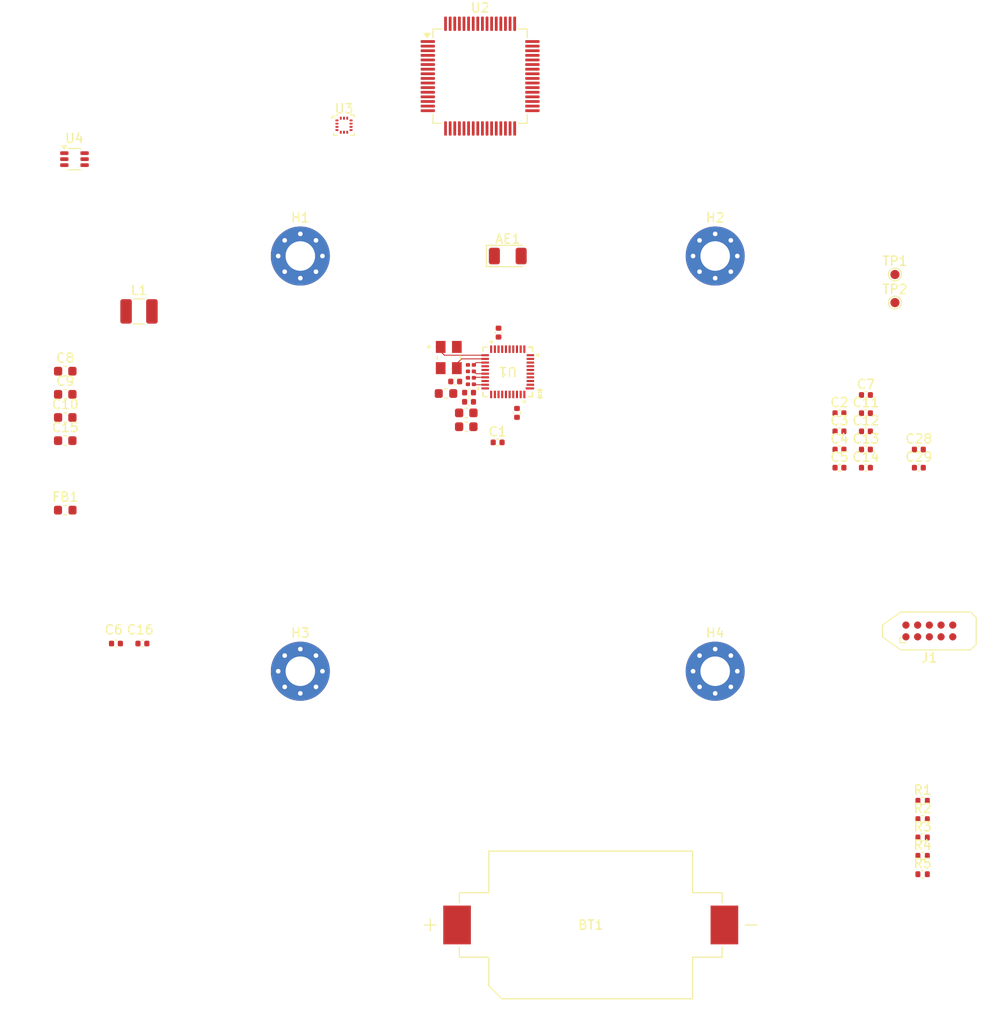
<source format=kicad_pcb>
(kicad_pcb (version 20241229) (generator "pcbnew") (generator_version "9.0")
  (layers (0 "F.Cu" signal) (4 "In1.Cu" power) (6 "In2.Cu" power) (2 "B.Cu" signal) (13 "F.Paste" user) (15 "B.Paste" user) (5 "F.SilkS" user "F.Silkscreen") (7 "B.SilkS" user "B.Silkscreen") (1 "F.Mask" user) (3 "B.Mask" user) (25 "Edge.Cuts" user))
  (net 0 "")
  (net 1 "Net-(AE1-FEED)")
  (net 3 "/PWR_BAT")
  (net 4 "GND")
  (net 5 "+3.3V")
  (net 6 "+3.3VA")
  (net 7 "Net-(U2-VCAP)")
  (net 8 "/NRST")
  (net 9 "/DW_VTX_D")
  (net 10 "/DW_VIO_D")
  (net 11 "/DW_VDD2A")
  (net 12 "Net-(U1-RF1)")
  (net 14 "/SWDCLK")
  (net 15 "Net-(J1-Pad9)")
  (net 16 "/SWDIO")
  (net 17 "/SWDO")
  (net 19 "Net-(U4-L)")
  (net 20 "Net-(U2-PH3)")
  (net 21 "Net-(U4-EN)")
  (net 22 "Net-(U1-RF2)")
  (net 23 "Net-(U1-GPIO5_{slash}_EXTTXE_{slash}_SPIPOL)")
  (net 24 "Net-(U1-EXTON)")
  (net 25 "Net-(U1-GPIO3_{slash}_TXLED)")
  (net 29 "/DW_XTI")
  (net 30 "/DW_SPI_CS")
  (net 31 "/DW_RSTN")
  (net 32 "/DW_SPI_CLK")
  (net 33 "/DW_IRQ")
  (net 34 "/DW_SPI_MOSI")
  (net 35 "/DW_XTO")
  (net 38 "/DW_WAKEUP")
  (net 39 "/DW_SPI_MISO")
  (net 43 "/IMU_CS")
  (net 44 "/IMU_MOSI")
  (net 48 "/IMU_CLK")
  (net 51 "/IMU_MISO")
  (net 55 "/IMU_INT")
  (footprint "Capacitor_SMD:C_0402_1005Metric" (layer "F.Cu") (at 143.5 72 -90)
    (property "Reference" "C20" (hide yes))
    (property "Value" "100n")
    (pad "1" smd roundrect (at -0.48 0 270) (size 0.56 0.62) (layers "F.Cu" "F.Mask" "F.Paste") (net 10 "/DW_VIO_D"))
    (pad "2" smd roundrect (at 0.48 0 270) (size 0.56 0.62) (layers "F.Cu" "F.Mask" "F.Paste") (net 4 "GND"))
  )
  (footprint "Capacitor_SMD:C_0402_1005Metric" (layer "F.Cu") (at 136.8 68.6 180)
    (property "Reference" "C23" (hide yes))
    (property "Value" "4n7")
    (pad "1" smd roundrect (at -0.48 0 180) (size 0.56 0.62) (layers "F.Cu" "F.Mask" "F.Paste") (net 11 "/DW_VDD2A"))
    (pad "2" smd roundrect (at 0.48 0 180) (size 0.56 0.62) (layers "F.Cu" "F.Mask" "F.Paste") (net 4 "GND"))
  )
  (footprint "TestPoint:TestPoint_Pad_D1.0mm" (layer "F.Cu") (at 184.5 60.05)
    (property "Reference" "TP2" (at 0 -1.448 0) (layer "F.SilkS"))
    (property "Value" "TestPoint")
    (pad "1" smd circle (at 0 0) (size 1 1) (layers "F.Cu" "F.Mask") (net 25 "Net-(U1-GPIO3_{slash}_TXLED)"))
  )
  (footprint "Capacitor_SMD:C_0603_1608Metric" (layer "F.Cu") (at 138 72 180)
    (property "Reference" "C21" (hide yes))
    (property "Value" "10u")
    (pad "1" smd roundrect (at -0.775 0 180) (size 0.9 0.95) (layers "F.Cu" "F.Mask" "F.Paste") (net 5 "+3.3V"))
    (pad "2" smd roundrect (at 0.775 0 180) (size 0.9 0.95) (layers "F.Cu" "F.Mask" "F.Paste") (net 4 "GND"))
  )
  (footprint "Capacitor_SMD:C_0402_1005Metric" (layer "F.Cu") (at 187.09 77.94)
    (property "Reference" "C29" (at 0 -1.16 0) (layer "F.SilkS"))
    (property "Value" "100n")
    (pad "1" smd roundrect (at -0.48 0) (size 0.56 0.62) (layers "F.Cu" "F.Mask" "F.Paste") (net 5 "+3.3V"))
    (pad "2" smd roundrect (at 0.48 0) (size 0.56 0.62) (layers "F.Cu" "F.Mask" "F.Paste") (net 4 "GND"))
  )
  (footprint "TestPoint:TestPoint_Pad_D1.0mm" (layer "F.Cu") (at 184.5 57)
    (property "Reference" "TP1" (at 0 -1.448 0) (layer "F.SilkS"))
    (property "Value" "TestPoint")
    (pad "1" smd circle (at 0 0) (size 1 1) (layers "F.Cu" "F.Mask") (net 24 "Net-(U1-EXTON)"))
  )
  (footprint "Capacitor_SMD:C_0402_1005Metric" (layer "F.Cu") (at 181.35 74)
    (property "Reference" "C12" (at 0 -1.16 0) (layer "F.SilkS"))
    (property "Value" "10n")
    (pad "1" smd roundrect (at -0.48 0) (size 0.56 0.62) (layers "F.Cu" "F.Mask" "F.Paste") (net 3 "/PWR_BAT"))
    (pad "2" smd roundrect (at 0.48 0) (size 0.56 0.62) (layers "F.Cu" "F.Mask" "F.Paste") (net 4 "GND"))
  )
  (footprint "Package_LGA:LGA-14_2x2mm_P0.35mm_LayoutBorder3x4y" (layer "F.Cu") (at 124.7375 40.825)
    (property "Reference" "U3" (at 0 -1.8 0) (layer "F.SilkS"))
    (property "Value" "LIS2DH")
    (pad "1" smd roundrect (at -0.7625 -0.525) (size 0.325 0.2) (layers "F.Cu" "F.Mask" "F.Paste") (net 48 "/IMU_CLK"))
    (pad "2" smd roundrect (at -0.7625 -0.175) (size 0.325 0.2) (layers "F.Cu" "F.Mask" "F.Paste") (net 44 "/IMU_MOSI"))
    (pad "3" smd roundrect (at -0.7625 0.175) (size 0.325 0.2) (layers "F.Cu" "F.Mask" "F.Paste") (net 51 "/IMU_MISO"))
    (pad "4" smd roundrect (at -0.7625 0.525) (size 0.325 0.2) (layers "F.Cu" "F.Mask" "F.Paste") (net 43 "/IMU_CS"))
    (pad "5" smd roundrect (at -0.35 0.7625) (size 0.2 0.325) (layers "F.Cu" "F.Mask" "F.Paste"))
    (pad "6" smd roundrect (at 0 0.7625) (size 0.2 0.325) (layers "F.Cu" "F.Mask" "F.Paste") (net 55 "/IMU_INT"))
    (pad "7" smd roundrect (at 0.35 0.7625) (size 0.2 0.325) (layers "F.Cu" "F.Mask" "F.Paste") (net 5 "+3.3V"))
    (pad "8" smd roundrect (at 0.7625 0.525) (size 0.325 0.2) (layers "F.Cu" "F.Mask" "F.Paste") (net 5 "+3.3V"))
    (pad "9" smd roundrect (at 0.7625 0.175) (size 0.325 0.2) (layers "F.Cu" "F.Mask" "F.Paste") (net 4 "GND"))
    (pad "10" smd roundrect (at 0.7625 -0.175) (size 0.325 0.2) (layers "F.Cu" "F.Mask" "F.Paste") (net 4 "GND"))
    (pad "11" smd roundrect (at 0.7625 -0.525) (size 0.325 0.2) (layers "F.Cu" "F.Mask" "F.Paste") (net 4 "GND"))
    (pad "12" smd roundrect (at 0.35 -0.7625) (size 0.2 0.325) (layers "F.Cu" "F.Mask" "F.Paste") (net 4 "GND"))
    (pad "13" smd roundrect (at 0 -0.7625) (size 0.2 0.325) (layers "F.Cu" "F.Mask" "F.Paste") (net 4 "GND"))
    (pad "14" smd roundrect (at -0.35 -0.7625) (size 0.2 0.325) (layers "F.Cu" "F.Mask" "F.Paste") (net 4 "GND"))
  )
  (footprint "Capacitor_SMD:C_0402_1005Metric" (layer "F.Cu") (at 181.35 72.03)
    (property "Reference" "C11" (at 0 -1.16 0) (layer "F.SilkS"))
    (property "Value" "100n")
    (pad "1" smd roundrect (at -0.48 0) (size 0.56 0.62) (layers "F.Cu" "F.Mask" "F.Paste") (net 8 "/NRST"))
    (pad "2" smd roundrect (at 0.48 0) (size 0.56 0.62) (layers "F.Cu" "F.Mask" "F.Paste") (net 4 "GND"))
  )
  (footprint "MountingHole:MountingHole_3.2mm_M3_Pad_Via" (layer "F.Cu") (at 120 55)
    (property "Reference" "H1" (at 0 -4.15 0) (layer "F.SilkS"))
    (property "Value" "MountingHole_Pad")
    (pad "1" thru_hole circle (at -2.4 0) (size 0.8 0.8) (drill 0.5) (layers "*.Cu" "*.Mask") (net 4 "GND"))
    (pad "1" thru_hole circle (at -1.697056 -1.697056) (size 0.8 0.8) (drill 0.5) (layers "*.Cu" "*.Mask") (net 4 "GND"))
    (pad "1" thru_hole circle (at -1.697056 1.697056) (size 0.8 0.8) (drill 0.5) (layers "*.Cu" "*.Mask") (net 4 "GND"))
    (pad "1" thru_hole circle (at 0 -2.4) (size 0.8 0.8) (drill 0.5) (layers "*.Cu" "*.Mask") (net 4 "GND"))
    (pad "1" thru_hole circle (at 0 0) (size 6.4 6.4) (drill 3.2) (layers "*.Cu" "*.Mask") (net 4 "GND"))
    (pad "1" thru_hole circle (at 0 2.4) (size 0.8 0.8) (drill 0.5) (layers "*.Cu" "*.Mask") (net 4 "GND"))
    (pad "1" thru_hole circle (at 1.697056 -1.697056) (size 0.8 0.8) (drill 0.5) (layers "*.Cu" "*.Mask") (net 4 "GND"))
    (pad "1" thru_hole circle (at 1.697056 1.697056) (size 0.8 0.8) (drill 0.5) (layers "*.Cu" "*.Mask") (net 4 "GND"))
    (pad "1" thru_hole circle (at 2.4 0) (size 0.8 0.8) (drill 0.5) (layers "*.Cu" "*.Mask") (net 4 "GND"))
  )
  (footprint "MountingHole:MountingHole_3.2mm_M3_Pad_Via" (layer "F.Cu") (at 165 55)
    (property "Reference" "H2" (at 0 -4.15 0) (layer "F.SilkS"))
    (property "Value" "MountingHole_Pad")
    (pad "1" thru_hole circle (at -2.4 0) (size 0.8 0.8) (drill 0.5) (layers "*.Cu" "*.Mask") (net 4 "GND"))
    (pad "1" thru_hole circle (at -1.697056 -1.697056) (size 0.8 0.8) (drill 0.5) (layers "*.Cu" "*.Mask") (net 4 "GND"))
    (pad "1" thru_hole circle (at -1.697056 1.697056) (size 0.8 0.8) (drill 0.5) (layers "*.Cu" "*.Mask") (net 4 "GND"))
    (pad "1" thru_hole circle (at 0 -2.4) (size 0.8 0.8) (drill 0.5) (layers "*.Cu" "*.Mask") (net 4 "GND"))
    (pad "1" thru_hole circle (at 0 0) (size 6.4 6.4) (drill 3.2) (layers "*.Cu" "*.Mask") (net 4 "GND"))
    (pad "1" thru_hole circle (at 0 2.4) (size 0.8 0.8) (drill 0.5) (layers "*.Cu" "*.Mask") (net 4 "GND"))
    (pad "1" thru_hole circle (at 1.697056 -1.697056) (size 0.8 0.8) (drill 0.5) (layers "*.Cu" "*.Mask") (net 4 "GND"))
    (pad "1" thru_hole circle (at 1.697056 1.697056) (size 0.8 0.8) (drill 0.5) (layers "*.Cu" "*.Mask") (net 4 "GND"))
    (pad "1" thru_hole circle (at 2.4 0) (size 0.8 0.8) (drill 0.5) (layers "*.Cu" "*.Mask") (net 4 "GND"))
  )
  (footprint "Capacitor_SMD:C_0201_0603Metric" (layer "F.Cu") (at 138.5 68.2 180)
    (property "Reference" "C19" (hide yes))
    (property "Value" "220n")
    (pad "1" smd roundrect (at -0.32 0 180) (size 0.46 0.4) (layers "F.Cu" "F.Mask") (net 9 "/DW_VTX_D"))
    (pad "2" smd roundrect (at 0.32 0 180) (size 0.46 0.4) (layers "F.Cu" "F.Mask") (net 4 "GND"))
  )
  (footprint "Capacitor_SMD:C_0201_0603Metric" (layer "F.Cu") (at 138.5 67.5 180)
    (property "Reference" "C18" (hide yes))
    (property "Value" "100n")
    (pad "1" smd roundrect (at -0.32 0 180) (size 0.46 0.4) (layers "F.Cu" "F.Mask") (net 5 "+3.3V"))
    (pad "2" smd roundrect (at 0.32 0 180) (size 0.46 0.4) (layers "F.Cu" "F.Mask") (net 4 "GND"))
  )
  (footprint "Inductor_SMD:L_0603_1608Metric" (layer "F.Cu") (at 135.8 69.9)
    (property "Reference" "FB2" (hide yes))
    (property "Value" "33R")
    (pad "1" smd roundrect (at -0.7875 0) (size 0.875 0.95) (layers "F.Cu" "F.Mask" "F.Paste") (net 5 "+3.3V"))
    (pad "2" smd roundrect (at 0.7875 0) (size 0.875 0.95) (layers "F.Cu" "F.Mask" "F.Paste") (net 11 "/DW_VDD2A"))
  )
  (footprint "meridian:BAT_CR2032-BS-6-1" (layer "F.Cu") (at 151.5 127.5)
    (property "Reference" "BT1" (at 0 0 0) (layer "F.SilkS"))
    (property "Value" "CR2032-BS-6-1")
    (pad "N" smd rect (at 14.5 0) (size 3 4.2) (layers "F.Cu" "F.Mask" "F.Paste") (net 4 "GND"))
    (pad "P" smd rect (at -14.5 0) (size 3 4.2) (layers "F.Cu" "F.Mask" "F.Paste") (net 3 "/PWR_BAT"))
  )
  (footprint "Capacitor_SMD:C_0402_1005Metric" (layer "F.Cu") (at 141.5 63.3 -90)
    (property "Reference" "C27" (hide yes))
    (property "Value" "2p RF/DCBLOCK")
    (pad "1" smd roundrect (at -0.48 0 270) (size 0.56 0.62) (layers "F.Cu" "F.Mask" "F.Paste") (net 1 "Net-(AE1-FEED)"))
    (pad "2" smd roundrect (at 0.48 0 270) (size 0.56 0.62) (layers "F.Cu" "F.Mask" "F.Paste") (net 12 "Net-(U1-RF1)"))
  )
  (footprint "RF_Antenna:Johanson_2450AT18x100" (layer "F.Cu") (at 142.5 55)
    (property "Reference" "AE1" (at 0 -1.85 0) (layer "F.SilkS"))
    (property "Value" "Antenna_Chip 7000AT18A1600001E")
    (pad "1" smd roundrect (at -1.45 0) (size 1.2 1.8) (layers "F.Cu" "F.Mask" "F.Paste") (roundrect_rratio 0.208333) (net 1 "Net-(AE1-FEED)"))
    (pad "2" smd roundrect (at 1.45 0) (size 1.2 1.8) (layers "F.Cu" "F.Mask" "F.Paste") (roundrect_rratio 0.208333))
  )
  (footprint "Capacitor_SMD:C_0402_1005Metric" (layer "F.Cu") (at 181.35 75.97)
    (property "Reference" "C13" (at 0 -1.16 0) (layer "F.SilkS"))
    (property "Value" "10u")
    (pad "1" smd roundrect (at -0.48 0) (size 0.56 0.62) (layers "F.Cu" "F.Mask" "F.Paste") (net 3 "/PWR_BAT"))
    (pad "2" smd roundrect (at 0.48 0) (size 0.56 0.62) (layers "F.Cu" "F.Mask" "F.Paste") (net 4 "GND"))
  )
  (footprint "Capacitor_SMD:C_0402_1005Metric" (layer "F.Cu") (at 141.4 75.2)
    (property "Reference" "C1" (at 0 -1.16 0) (layer "F.SilkS"))
    (property "Value" "100n")
    (pad "1" smd roundrect (at -0.48 0) (size 0.56 0.62) (layers "F.Cu" "F.Mask" "F.Paste") (net 5 "+3.3V"))
    (pad "2" smd roundrect (at 0.48 0) (size 0.56 0.62) (layers "F.Cu" "F.Mask" "F.Paste") (net 4 "GND"))
  )
  (footprint "Capacitor_SMD:C_0201_0603Metric" (layer "F.Cu") (at 138.5 66.8 180)
    (property "Reference" "C25" (hide yes))
    (property "Value" "100n")
    (pad "1" smd roundrect (at -0.32 0 180) (size 0.46 0.4) (layers "F.Cu" "F.Mask") (net 5 "+3.3V"))
    (pad "2" smd roundrect (at 0.32 0 180) (size 0.46 0.4) (layers "F.Cu" "F.Mask") (net 4 "GND"))
  )
  (footprint "Resistor_SMD:R_0402_1005Metric" (layer "F.Cu") (at 187.5 116.03)
    (property "Reference" "R2" (at 0 -1.17 0) (layer "F.SilkS"))
    (property "Value" "100k")
    (pad "1" smd roundrect (at -0.51 0) (size 0.54 0.64) (layers "F.Cu" "F.Mask" "F.Paste") (net 3 "/PWR_BAT"))
    (pad "2" smd roundrect (at 0.51 0) (size 0.54 0.64) (layers "F.Cu" "F.Mask" "F.Paste") (net 21 "Net-(U4-EN)"))
  )
  (footprint "Capacitor_SMD:C_0402_1005Metric" (layer "F.Cu") (at 181.35 77.94)
    (property "Reference" "C14" (at 0 -1.16 0) (layer "F.SilkS"))
    (property "Value" "10u")
    (pad "1" smd roundrect (at -0.48 0) (size 0.56 0.62) (layers "F.Cu" "F.Mask" "F.Paste") (net 5 "+3.3V"))
    (pad "2" smd roundrect (at 0.48 0) (size 0.56 0.62) (layers "F.Cu" "F.Mask" "F.Paste") (net 4 "GND"))
  )
  (footprint "Capacitor_SMD:C_0402_1005Metric" (layer "F.Cu") (at 100 97)
    (property "Reference" "C6" (at -0.24 -1.5 0) (layer "F.SilkS"))
    (property "Value" "10u")
    (pad "1" smd roundrect (at -0.48 0) (size 0.56 0.62) (layers "F.Cu" "F.Mask" "F.Paste") (net 5 "+3.3V"))
    (pad "2" smd roundrect (at 0.48 0) (size 0.56 0.62) (layers "F.Cu" "F.Mask" "F.Paste") (net 4 "GND"))
  )
  (footprint "meridian:XTAL_ABM8-38.400MHZ-12-D1G-T" (layer "F.Cu") (at 136.1 66)
    (property "Reference" "Y1" (hide yes))
    (property "Value" "ABM8-38.400MHZ-12-D1G-T")
    (pad "1" smd rect (at -0.875 -1.15) (size 1.05 1.3) (layers "F.Cu" "F.Mask" "F.Paste") (net 29 "/DW_XTI"))
    (pad "2" smd rect (at -0.875 1.15) (size 1.05 1.3) (layers "F.Cu" "F.Mask" "F.Paste") (net 4 "GND"))
    (pad "3" smd rect (at 0.875 1.15) (size 1.05 1.3) (layers "F.Cu" "F.Mask" "F.Paste") (net 35 "/DW_XTO"))
    (pad "4" smd rect (at 0.875 -1.15) (size 1.05 1.3) (layers "F.Cu" "F.Mask" "F.Paste") (net 4 "GND"))
  )
  (footprint "Inductor_SMD:L_0603_1608Metric" (layer "F.Cu") (at 94.5 82.54)
    (property "Reference" "FB1" (at 0 -1.43 0) (layer "F.SilkS"))
    (property "Value" "120R")
    (pad "1" smd roundrect (at -0.7875 0) (size 0.875 0.95) (layers "F.Cu" "F.Mask" "F.Paste") (net 5 "+3.3V"))
    (pad "2" smd roundrect (at 0.7875 0) (size 0.875 0.95) (layers "F.Cu" "F.Mask" "F.Paste") (net 6 "+3.3VA"))
  )
  (footprint "Capacitor_SMD:C_0603_1608Metric" (layer "F.Cu") (at 94.5 69.99)
    (property "Reference" "C9" (at 0 -1.43 0) (layer "F.SilkS"))
    (property "Value" "1u")
    (pad "1" smd roundrect (at -0.775 0) (size 0.9 0.95) (layers "F.Cu" "F.Mask" "F.Paste") (net 5 "+3.3V"))
    (pad "2" smd roundrect (at 0.775 0) (size 0.9 0.95) (layers "F.Cu" "F.Mask" "F.Paste") (net 4 "GND"))
  )
  (footprint "Capacitor_SMD:C_0402_1005Metric" (layer "F.Cu") (at 178.48 77.94)
    (property "Reference" "C5" (at 0 -1.16 0) (layer "F.SilkS"))
    (property "Value" "100n")
    (pad "1" smd roundrect (at -0.48 0) (size 0.56 0.62) (layers "F.Cu" "F.Mask" "F.Paste") (net 5 "+3.3V"))
    (pad "2" smd roundrect (at 0.48 0) (size 0.56 0.62) (layers "F.Cu" "F.Mask" "F.Paste") (net 4 "GND"))
  )
  (footprint "Capacitor_SMD:C_0603_1608Metric" (layer "F.Cu") (at 94.5 67.48)
    (property "Reference" "C8" (at 0 -1.43 0) (layer "F.SilkS"))
    (property "Value" "1u")
    (pad "1" smd roundrect (at -0.775 0) (size 0.9 0.95) (layers "F.Cu" "F.Mask" "F.Paste") (net 6 "+3.3VA"))
    (pad "2" smd roundrect (at 0.775 0) (size 0.9 0.95) (layers "F.Cu" "F.Mask" "F.Paste") (net 4 "GND"))
  )
  (footprint "MountingHole:MountingHole_3.2mm_M3_Pad_Via" (layer "F.Cu") (at 165 100)
    (property "Reference" "H4" (at 0 -4.15 0) (layer "F.SilkS"))
    (property "Value" "MountingHole_Pad")
    (pad "1" thru_hole circle (at -2.4 0) (size 0.8 0.8) (drill 0.5) (layers "*.Cu" "*.Mask") (net 4 "GND"))
    (pad "1" thru_hole circle (at -1.697056 -1.697056) (size 0.8 0.8) (drill 0.5) (layers "*.Cu" "*.Mask") (net 4 "GND"))
    (pad "1" thru_hole circle (at -1.697056 1.697056) (size 0.8 0.8) (drill 0.5) (layers "*.Cu" "*.Mask") (net 4 "GND"))
    (pad "1" thru_hole circle (at 0 -2.4) (size 0.8 0.8) (drill 0.5) (layers "*.Cu" "*.Mask") (net 4 "GND"))
    (pad "1" thru_hole circle (at 0 0) (size 6.4 6.4) (drill 3.2) (layers "*.Cu" "*.Mask") (net 4 "GND"))
    (pad "1" thru_hole circle (at 0 2.4) (size 0.8 0.8) (drill 0.5) (layers "*.Cu" "*.Mask") (net 4 "GND"))
    (pad "1" thru_hole circle (at 1.697056 -1.697056) (size 0.8 0.8) (drill 0.5) (layers "*.Cu" "*.Mask") (net 4 "GND"))
    (pad "1" thru_hole circle (at 1.697056 1.697056) (size 0.8 0.8) (drill 0.5) (layers "*.Cu" "*.Mask") (net 4 "GND"))
    (pad "1" thru_hole circle (at 2.4 0) (size 0.8 0.8) (drill 0.5) (layers "*.Cu" "*.Mask") (net 4 "GND"))
  )
  (footprint "Resistor_SMD:R_0402_1005Metric" (layer "F.Cu") (at 187.5 122)
    (property "Reference" "R5" (at 0 -1.17 0) (layer "F.SilkS"))
    (property "Value" "1k")
    (pad "1" smd roundrect (at -0.51 0) (size 0.54 0.64) (layers "F.Cu" "F.Mask" "F.Paste") (net 4 "GND"))
    (pad "2" smd roundrect (at 0.51 0) (size 0.54 0.64) (layers "F.Cu" "F.Mask" "F.Paste") (net 15 "Net-(J1-Pad9)"))
  )
  (footprint "Package_TO_SOT_SMD:Texas_R-PDSO-G6" (layer "F.Cu") (at 95.5 44.5)
    (property "Reference" "U4" (at 0 -2.25 0) (layer "F.SilkS"))
    (property "Value" "TPS61222DCK-FIXED")
    (pad "1" smd roundrect (at -1.1 -0.65) (size 0.9 0.4) (layers "F.Cu" "F.Mask" "F.Paste") (net 3 "/PWR_BAT"))
    (pad "2" smd roundrect (at -1.1 0) (size 0.9 0.4) (layers "F.Cu" "F.Mask" "F.Paste") (net 5 "+3.3V"))
    (pad "3" smd roundrect (at -1.1 0.65) (size 0.9 0.4) (layers "F.Cu" "F.Mask" "F.Paste") (net 4 "GND"))
    (pad "4" smd roundrect (at 1.1 0.65) (size 0.9 0.4) (layers "F.Cu" "F.Mask" "F.Paste") (net 5 "+3.3V"))
    (pad "5" smd roundrect (at 1.1 0) (size 0.9 0.4) (layers "F.Cu" "F.Mask" "F.Paste") (net 19 "Net-(U4-L)"))
    (pad "6" smd roundrect (at 1.1 -0.65) (size 0.9 0.4) (layers "F.Cu" "F.Mask" "F.Paste") (net 21 "Net-(U4-EN)"))
  )
  (footprint "Capacitor_SMD:C_0402_1005Metric" (layer "F.Cu") (at 178.48 75.97)
    (property "Reference" "C4" (at 0 -1.16 0) (layer "F.SilkS"))
    (property "Value" "100n")
    (pad "1" smd roundrect (at -0.48 0) (size 0.56 0.62) (layers "F.Cu" "F.Mask" "F.Paste") (net 5 "+3.3V"))
    (pad "2" smd roundrect (at 0.48 0) (size 0.56 0.62) (layers "F.Cu" "F.Mask" "F.Paste") (net 4 "GND"))
  )
  (footprint "Capacitor_SMD:C_0402_1005Metric" (layer "F.Cu") (at 138.3 69.8 180)
    (property "Reference" "C22" (hide yes))
    (property "Value" "4n7")
    (pad "1" smd roundrect (at -0.48 0 180) (size 0.56 0.62) (layers "F.Cu" "F.Mask" "F.Paste") (net 5 "+3.3V"))
    (pad "2" smd roundrect (at 0.48 0 180) (size 0.56 0.62) (layers "F.Cu" "F.Mask" "F.Paste") (net 4 "GND"))
  )
  (footprint "Inductor_SMD:L_1210_3225Metric" (layer "F.Cu") (at 102.5 61)
    (property "Reference" "L1" (at 0 -2.28 0) (layer "F.SilkS"))
    (property "Value" "4u7")
    (pad "1" smd roundrect (at -1.4 0) (size 1.25 2.65) (layers "F.Cu" "F.Mask" "F.Paste") (roundrect_rratio 0.2) (net 3 "/PWR_BAT"))
    (pad "2" smd roundrect (at 1.4 0) (size 1.25 2.65) (layers "F.Cu" "F.Mask" "F.Paste") (roundrect_rratio 0.2) (net 19 "Net-(U4-L)"))
  )
  (footprint "Capacitor_SMD:C_0402_1005Metric" (layer "F.Cu") (at 187.09 75.97)
    (property "Reference" "C28" (at 0 -1.16 0) (layer "F.SilkS"))
    (property "Value" "100n")
    (pad "1" smd roundrect (at -0.48 0) (size 0.56 0.62) (layers "F.Cu" "F.Mask" "F.Paste") (net 5 "+3.3V"))
    (pad "2" smd roundrect (at 0.48 0) (size 0.56 0.62) (layers "F.Cu" "F.Mask" "F.Paste") (net 4 "GND"))
  )
  (footprint "Package_QFP:LQFP-64_10x10mm_P0.5mm" (layer "F.Cu") (at 139.5 35.5)
    (property "Reference" "U2" (at 0 -7.4 0) (layer "F.SilkS"))
    (property "Value" "STM32U575RGTx")
    (pad "1" smd roundrect (at -5.675 -3.75) (size 1.55 0.3) (layers "F.Cu" "F.Mask" "F.Paste") (net 5 "+3.3V"))
    (pad "2" smd roundrect (at -5.675 -3.25) (size 1.55 0.3) (layers "F.Cu" "F.Mask" "F.Paste"))
    (pad "3" smd roundrect (at -5.675 -2.75) (size 1.55 0.3) (layers "F.Cu" "F.Mask" "F.Paste"))
    (pad "4" smd roundrect (at -5.675 -2.25) (size 1.55 0.3) (layers "F.Cu" "F.Mask" "F.Paste"))
    (pad "5" smd roundrect (at -5.675 -1.75) (size 1.55 0.3) (layers "F.Cu" "F.Mask" "F.Paste"))
    (pad "6" smd roundrect (at -5.675 -1.25) (size 1.55 0.3) (layers "F.Cu" "F.Mask" "F.Paste"))
    (pad "7" smd roundrect (at -5.675 -0.75) (size 1.55 0.3) (layers "F.Cu" "F.Mask" "F.Paste") (net 8 "/NRST"))
    (pad "8" smd roundrect (at -5.675 -0.25) (size 1.55 0.3) (layers "F.Cu" "F.Mask" "F.Paste"))
    (pad "9" smd roundrect (at -5.675 0.25) (size 1.55 0.3) (layers "F.Cu" "F.Mask" "F.Paste") (net 44 "/IMU_MOSI"))
    (pad "10" smd roundrect (at -5.675 0.75) (size 1.55 0.3) (layers "F.Cu" "F.Mask" "F.Paste") (net 51 "/IMU_MISO"))
    (pad "11" smd roundrect (at -5.675 1.25) (size 1.55 0.3) (layers "F.Cu" "F.Mask" "F.Paste"))
    (pad "12" smd roundrect (at -5.675 1.75) (size 1.55 0.3) (layers "F.Cu" "F.Mask" "F.Paste") (net 4 "GND"))
    (pad "13" smd roundrect (at -5.675 2.25) (size 1.55 0.3) (layers "F.Cu" "F.Mask" "F.Paste") (net 6 "+3.3VA"))
    (pad "14" smd roundrect (at -5.675 2.75) (size 1.55 0.3) (layers "F.Cu" "F.Mask" "F.Paste"))
    (pad "15" smd roundrect (at -5.675 3.25) (size 1.55 0.3) (layers "F.Cu" "F.Mask" "F.Paste") (net 32 "/DW_SPI_CLK"))
    (pad "16" smd roundrect (at -5.675 3.75) (size 1.55 0.3) (layers "F.Cu" "F.Mask" "F.Paste"))
    (pad "17" smd roundrect (at -3.75 5.675) (size 0.3 1.55) (layers "F.Cu" "F.Mask" "F.Paste"))
    (pad "18" smd roundrect (at -3.25 5.675) (size 0.3 1.55) (layers "F.Cu" "F.Mask" "F.Paste") (net 4 "GND"))
    (pad "19" smd roundrect (at -2.75 5.675) (size 0.3 1.55) (layers "F.Cu" "F.Mask" "F.Paste") (net 5 "+3.3V"))
    (pad "20" smd roundrect (at -2.25 5.675) (size 0.3 1.55) (layers "F.Cu" "F.Mask" "F.Paste"))
    (pad "21" smd roundrect (at -1.75 5.675) (size 0.3 1.55) (layers "F.Cu" "F.Mask" "F.Paste") (net 30 "/DW_SPI_CS"))
    (pad "22" smd roundrect (at -1.25 5.675) (size 0.3 1.55) (layers "F.Cu" "F.Mask" "F.Paste") (net 39 "/DW_SPI_MISO"))
    (pad "23" smd roundrect (at -0.75 5.675) (size 0.3 1.55) (layers "F.Cu" "F.Mask" "F.Paste") (net 34 "/DW_SPI_MOSI"))
    (pad "24" smd roundrect (at -0.25 5.675) (size 0.3 1.55) (layers "F.Cu" "F.Mask" "F.Paste"))
    (pad "25" smd roundrect (at 0.25 5.675) (size 0.3 1.55) (layers "F.Cu" "F.Mask" "F.Paste"))
    (pad "26" smd roundrect (at 0.75 5.675) (size 0.3 1.55) (layers "F.Cu" "F.Mask" "F.Paste"))
    (pad "27" smd roundrect (at 1.25 5.675) (size 0.3 1.55) (layers "F.Cu" "F.Mask" "F.Paste") (net 55 "/IMU_INT"))
    (pad "28" smd roundrect (at 1.75 5.675) (size 0.3 1.55) (layers "F.Cu" "F.Mask" "F.Paste") (net 43 "/IMU_CS"))
    (pad "29" smd roundrect (at 2.25 5.675) (size 0.3 1.55) (layers "F.Cu" "F.Mask" "F.Paste") (net 48 "/IMU_CLK"))
    (pad "30" smd roundrect (at 2.75 5.675) (size 0.3 1.55) (layers "F.Cu" "F.Mask" "F.Paste") (net 7 "Net-(U2-VCAP)"))
    (pad "31" smd roundrect (at 3.25 5.675) (size 0.3 1.55) (layers "F.Cu" "F.Mask" "F.Paste") (net 4 "GND"))
    (pad "32" smd roundrect (at 3.75 5.675) (size 0.3 1.55) (layers "F.Cu" "F.Mask" "F.Paste") (net 5 "+3.3V"))
    (pad "33" smd roundrect (at 5.675 3.75) (size 1.55 0.3) (layers "F.Cu" "F.Mask" "F.Paste"))
    (pad "34" smd roundrect (at 5.675 3.25) (size 1.55 0.3) (layers "F.Cu" "F.Mask" "F.Paste"))
    (pad "35" smd roundrect (at 5.675 2.75) (size 1.55 0.3) (layers "F.Cu" "F.Mask" "F.Paste"))
    (pad "36" smd roundrect (at 5.675 2.25) (size 1.55 0.3) (layers "F.Cu" "F.Mask" "F.Paste"))
    (pad "37" smd roundrect (at 5.675 1.75) (size 1.55 0.3) (layers "F.Cu" "F.Mask" "F.Paste"))
    (pad "38" smd roundrect (at 5.675 1.25) (size 1.55 0.3) (layers "F.Cu" "F.Mask" "F.Paste"))
    (pad "39" smd roundrect (at 5.675 0.75) (size 1.55 0.3) (layers "F.Cu" "F.Mask" "F.Paste"))
    (pad "40" smd roundrect (at 5.675 0.25) (size 1.55 0.3) (layers "F.Cu" "F.Mask" "F.Paste"))
    (pad "41" smd roundrect (at 5.675 -0.25) (size 1.55 0.3) (layers "F.Cu" "F.Mask" "F.Paste"))
    (pad "42" smd roundrect (at 5.675 -0.75) (size 1.55 0.3) (layers "F.Cu" "F.Mask" "F.Paste") (net 31 "/DW_RSTN"))
    (pad "43" smd roundrect (at 5.675 -1.25) (size 1.55 0.3) (layers "F.Cu" "F.Mask" "F.Paste") (net 33 "/DW_IRQ"))
    (pad "44" smd roundrect (at 5.675 -1.75) (size 1.55 0.3) (layers "F.Cu" "F.Mask" "F.Paste") (net 38 "/DW_WAKEUP"))
    (pad "45" smd roundrect (at 5.675 -2.25) (size 1.55 0.3) (layers "F.Cu" "F.Mask" "F.Paste"))
    (pad "46" smd roundrect (at 5.675 -2.75) (size 1.55 0.3) (layers "F.Cu" "F.Mask" "F.Paste") (net 16 "/SWDIO"))
    (pad "47" smd roundrect (at 5.675 -3.25) (size 1.55 0.3) (layers "F.Cu" "F.Mask" "F.Paste") (net 4 "GND"))
    (pad "48" smd roundrect (at 5.675 -3.75) (size 1.55 0.3) (layers "F.Cu" "F.Mask" "F.Paste") (net 5 "+3.3V"))
    (pad "49" smd roundrect (at 3.75 -5.675) (size 0.3 1.55) (layers "F.Cu" "F.Mask" "F.Paste") (net 14 "/SWDCLK"))
    (pad "50" smd roundrect (at 3.25 -5.675) (size 0.3 1.55) (layers "F.Cu" "F.Mask" "F.Paste"))
    (pad "51" smd roundrect (at 2.75 -5.675) (size 0.3 1.55) (layers "F.Cu" "F.Mask" "F.Paste"))
    (pad "52" smd roundrect (at 2.25 -5.675) (size 0.3 1.55) (layers "F.Cu" "F.Mask" "F.Paste"))
    (pad "53" smd roundrect (at 1.75 -5.675) (size 0.3 1.55) (layers "F.Cu" "F.Mask" "F.Paste"))
    (pad "54" smd roundrect (at 1.25 -5.675) (size 0.3 1.55) (layers "F.Cu" "F.Mask" "F.Paste"))
    (pad "55" smd roundrect (at 0.75 -5.675) (size 0.3 1.55) (layers "F.Cu" "F.Mask" "F.Paste") (net 17 "/SWDO"))
    (pad "56" smd roundrect (at 0.25 -5.675) (size 0.3 1.55) (layers "F.Cu" "F.Mask" "F.Paste"))
    (pad "57" smd roundrect (at -0.25 -5.675) (size 0.3 1.55) (layers "F.Cu" "F.Mask" "F.Paste"))
    (pad "58" smd roundrect (at -0.75 -5.675) (size 0.3 1.55) (layers "F.Cu" "F.Mask" "F.Paste"))
    (pad "59" smd roundrect (at -1.25 -5.675) (size 0.3 1.55) (layers "F.Cu" "F.Mask" "F.Paste"))
    (pad "60" smd roundrect (at -1.75 -5.675) (size 0.3 1.55) (layers "F.Cu" "F.Mask" "F.Paste") (net 20 "Net-(U2-PH3)"))
    (pad "61" smd roundrect (at -2.25 -5.675) (size 0.3 1.55) (layers "F.Cu" "F.Mask" "F.Paste"))
    (pad "62" smd roundrect (at -2.75 -5.675) (size 0.3 1.55) (layers "F.Cu" "F.Mask" "F.Paste"))
    (pad "63" smd roundrect (at -3.25 -5.675) (size 0.3 1.55) (layers "F.Cu" "F.Mask" "F.Paste") (net 4 "GND"))
    (pad "64" smd roundrect (at -3.75 -5.675) (size 0.3 1.55) (layers "F.Cu" "F.Mask" "F.Paste") (net 5 "+3.3V"))
  )
  (footprint "MountingHole:MountingHole_3.2mm_M3_Pad_Via" (layer "F.Cu") (at 120 100)
    (property "Reference" "H3" (at 0 -4.15 0) (layer "F.SilkS"))
    (property "Value" "MountingHole_Pad")
    (pad "1" thru_hole circle (at -2.4 0) (size 0.8 0.8) (drill 0.5) (layers "*.Cu" "*.Mask") (net 4 "GND"))
    (pad "1" thru_hole circle (at -1.697056 -1.697056) (size 0.8 0.8) (drill 0.5) (layers "*.Cu" "*.Mask") (net 4 "GND"))
    (pad "1" thru_hole circle (at -1.697056 1.697056) (size 0.8 0.8) (drill 0.5) (layers "*.Cu" "*.Mask") (net 4 "GND"))
    (pad "1" thru_hole circle (at 0 -2.4) (size 0.8 0.8) (drill 0.5) (layers "*.Cu" "*.Mask") (net 4 "GND"))
    (pad "1" thru_hole circle (at 0 0) (size 6.4 6.4) (drill 3.2) (layers "*.Cu" "*.Mask") (net 4 "GND"))
    (pad "1" thru_hole circle (at 0 2.4) (size 0.8 0.8) (drill 0.5) (layers "*.Cu" "*.Mask") (net 4 "GND"))
    (pad "1" thru_hole circle (at 1.697056 -1.697056) (size 0.8 0.8) (drill 0.5) (layers "*.Cu" "*.Mask") (net 4 "GND"))
    (pad "1" thru_hole circle (at 1.697056 1.697056) (size 0.8 0.8) (drill 0.5) (layers "*.Cu" "*.Mask") (net 4 "GND"))
    (pad "1" thru_hole circle (at 2.4 0) (size 0.8 0.8) (drill 0.5) (layers "*.Cu" "*.Mask") (net 4 "GND"))
  )
  (footprint "Capacitor_SMD:C_0402_1005Metric" (layer "F.Cu") (at 178.48 72.03)
    (property "Reference" "C2" (at 0 -1.16 0) (layer "F.SilkS"))
    (property "Value" "100n")
    (pad "1" smd roundrect (at -0.48 0) (size 0.56 0.62) (layers "F.Cu" "F.Mask" "F.Paste") (net 5 "+3.3V"))
    (pad "2" smd roundrect (at 0.48 0) (size 0.56 0.62) (layers "F.Cu" "F.Mask" "F.Paste") (net 4 "GND"))
  )
  (footprint "Capacitor_SMD:C_0201_0603Metric" (layer "F.Cu") (at 138.5 68.9 180)
    (property "Reference" "C24" (hide yes))
    (property "Value" "100n")
    (pad "1" smd roundrect (at -0.32 0 180) (size 0.46 0.4) (layers "F.Cu" "F.Mask") (net 5 "+3.3V"))
    (pad "2" smd roundrect (at 0.32 0 180) (size 0.46 0.4) (layers "F.Cu" "F.Mask") (net 4 "GND"))
  )
  (footprint "Resistor_SMD:R_0402_1005Metric" (layer "F.Cu") (at 187.5 118.02)
    (property "Reference" "R3" (at 0 -1.17 0) (layer "F.SilkS"))
    (property "Value" "50")
    (pad "1" smd roundrect (at -0.51 0) (size 0.54 0.64) (layers "F.Cu" "F.Mask" "F.Paste") (net 22 "Net-(U1-RF2)"))
    (pad "2" smd roundrect (at 0.51 0) (size 0.54 0.64) (layers "F.Cu" "F.Mask" "F.Paste") (net 4 "GND"))
  )
  (footprint "Capacitor_SMD:C_0603_1608Metric" (layer "F.Cu") (at 138 73.5 180)
    (property "Reference" "C26" (hide yes))
    (property "Value" "10u")
    (pad "1" smd roundrect (at -0.775 0 180) (size 0.9 0.95) (layers "F.Cu" "F.Mask" "F.Paste") (net 5 "+3.3V"))
    (pad "2" smd roundrect (at 0.775 0 180) (size 0.9 0.95) (layers "F.Cu" "F.Mask" "F.Paste") (net 4 "GND"))
  )
  (footprint "Connector:Tag-Connect_TC2050-IDC-NL_2x05_P1.27mm_Vertical" (layer "F.Cu") (at 188.23 95.635)
    (property "Reference" "J1" (at 0 2.9 0) (layer "F.SilkS"))
    (property "Value" "TC2050")
    (pad "" np_thru_hole circle (at -3.81 0) (size 0.9906 0.9906) (drill 0.9906) (layers "*.Cu" "*.Mask"))
    (pad "" np_thru_hole circle (at 3.81 -1.016) (size 0.9906 0.9906) (drill 0.9906) (layers "*.Cu" "*.Mask"))
    (pad "" np_thru_hole circle (at 3.81 1.016) (size 0.9906 0.9906) (drill 0.9906) (layers "*.Cu" "*.Mask"))
    (pad "1" connect circle (at -2.54 0.635) (size 0.7874 0.7874) (layers "F.Cu" "F.Mask") (net 5 "+3.3V"))
    (pad "2" connect circle (at -1.27 0.635) (size 0.7874 0.7874) (layers "F.Cu" "F.Mask") (net 16 "/SWDIO"))
    (pad "3" connect circle (at 0 0.635) (size 0.7874 0.7874) (layers "F.Cu" "F.Mask") (net 4 "GND"))
    (pad "4" connect circle (at 1.27 0.635) (size 0.7874 0.7874) (layers "F.Cu" "F.Mask") (net 14 "/SWDCLK"))
    (pad "5" connect circle (at 2.54 0.635) (size 0.7874 0.7874) (layers "F.Cu" "F.Mask") (net 4 "GND"))
    (pad "6" connect circle (at 2.54 -0.635) (size 0.7874 0.7874) (layers "F.Cu" "F.Mask") (net 17 "/SWDO"))
    (pad "7" connect circle (at 1.27 -0.635) (size 0.7874 0.7874) (layers "F.Cu" "F.Mask"))
    (pad "8" connect circle (at 0 -0.635) (size 0.7874 0.7874) (layers "F.Cu" "F.Mask"))
    (pad "9" connect circle (at -1.27 -0.635) (size 0.7874 0.7874) (layers "F.Cu" "F.Mask") (net 15 "Net-(J1-Pad9)"))
    (pad "10" connect circle (at -2.54 -0.635) (size 0.7874 0.7874) (layers "F.Cu" "F.Mask") (net 8 "/NRST"))
  )
  (footprint "meridian:qfn_DW3210_QOR" (layer "F.Cu") (at 142.499999 67.5489 180)
    (property "Reference" "U1" (at 0 0 180) (layer "F.SilkS"))
    (property "Value" "DW3210")
    (fp_text user "*" (at -3.4925 -2.381 180) (layer "F.SilkS"))
    (fp_text user "*" (at -3.4925 -2.381 0) (layer "F.SilkS"))
    (pad "1" smd rect (at -2.4003 -1.799999 270) (size 0.2286 0.9144) (layers "F.Cu" "F.Mask" "F.Paste") (net 33 "/DW_IRQ"))
    (pad "2" smd rect (at -2.4511 -1.4 270) (size 0.2286 0.8128) (layers "F.Cu" "F.Mask" "F.Paste") (net 23 "Net-(U1-GPIO5_{slash}_EXTTXE_{slash}_SPIPOL)"))
    (pad "3" smd rect (at -2.4511 -1.000001 270) (size 0.2286 0.8128) (layers "F.Cu" "F.Mask" "F.Paste"))
    (pad "4" smd rect (at -2.4511 -0.599999 270) (size 0.2286 0.8128) (layers "F.Cu" "F.Mask" "F.Paste"))
    (pad "5" smd rect (at -2.4511 -0.2 270) (size 0.2286 0.8128) (layers "F.Cu" "F.Mask" "F.Paste") (net 23 "Net-(U1-GPIO5_{slash}_EXTTXE_{slash}_SPIPOL)"))
    (pad "6" smd rect (at -2.4511 0.2 270) (size 0.2286 0.8128) (layers "F.Cu" "F.Mask" "F.Paste"))
    (pad "7" smd rect (at -2.4511 0.599999 270) (size 0.2286 0.8128) (layers "F.Cu" "F.Mask" "F.Paste") (net 25 "Net-(U1-GPIO3_{slash}_TXLED)"))
    (pad "8" smd rect (at -2.4511 1.000001 270) (size 0.2286 0.8128) (layers "F.Cu" "F.Mask" "F.Paste"))
    (pad "9" smd rect (at -2.4511 1.4 270) (size 0.2286 0.8128) (layers "F.Cu" "F.Mask" "F.Paste"))
    (pad "10" smd rect (at -2.4511 1.799999 270) (size 0.2286 0.8128) (layers "F.Cu" "F.Mask" "F.Paste") (net 4 "GND"))
    (pad "11" smd rect (at -1.799999 2.4511 180) (size 0.2286 0.8128) (layers "F.Cu" "F.Mask" "F.Paste") (net 4 "GND"))
    (pad "12" smd rect (at -1.4 2.4511 180) (size 0.2286 0.8128) (layers "F.Cu" "F.Mask" "F.Paste") (net 4 "GND"))
    (pad "13" smd rect (at -1.000001 2.4511 180) (size 0.2286 0.8128) (layers "F.Cu" "F.Mask" "F.Paste") (net 22 "Net-(U1-RF2)"))
    (pad "14" smd rect (at -0.599999 2.4511 180) (size 0.2286 0.8128) (layers "F.Cu" "F.Mask" "F.Paste") (net 4 "GND"))
    (pad "15" smd rect (at -0.2 2.4511 180) (size 0.2286 0.8128) (layers "F.Cu" "F.Mask" "F.Paste") (net 4 "GND"))
    (pad "16" smd rect (at 0.2 2.4511 180) (size 0.2286 0.8128) (layers "F.Cu" "F.Mask" "F.Paste") (net 4 "GND"))
    (pad "17" smd rect (at 0.599999 2.4511 180) (size 0.2286 0.8128) (layers "F.Cu" "F.Mask" "F.Paste") (net 4 "GND"))
    (pad "18" smd rect (at 1.000001 2.4511 180) (size 0.2286 0.8128) (layers "F.Cu" "F.Mask" "F.Paste") (net 12 "Net-(U1-RF1)"))
    (pad "19" smd rect (at 1.4 2.4511 180) (size 0.2286 0.8128) (layers "F.Cu" "F.Mask" "F.Paste") (net 4 "GND"))
    (pad "20" smd rect (at 1.799999 2.4511 180) (size 0.2286 0.8128) (layers "F.Cu" "F.Mask" "F.Paste") (net 4 "GND"))
    (pad "21" smd rect (at 2.4511 1.799999 270) (size 0.2286 0.8128) (layers "F.Cu" "F.Mask" "F.Paste") (net 29 "/DW_XTI"))
    (pad "22" smd rect (at 2.4511 1.4 270) (size 0.2286 0.8128) (layers "F.Cu" "F.Mask" "F.Paste") (net 35 "/DW_XTO"))
    (pad "23" smd rect (at 2.4511 1.000001 270) (size 0.2286 0.8128) (layers "F.Cu" "F.Mask" "F.Paste") (net 5 "+3.3V"))
    (pad "24" smd rect (at 2.4511 0.599999 270) (size 0.2286 0.8128) (layers "F.Cu" "F.Mask" "F.Paste") (net 4 "GND"))
    (pad "25" smd rect (at 2.4511 0.2 270) (size 0.2286 0.8128) (layers "F.Cu" "F.Mask" "F.Paste") (net 4 "GND"))
    (pad "26" smd rect (at 2.4511 -0.2 270) (size 0.2286 0.8128) (layers "F.Cu" "F.Mask" "F.Paste") (net 5 "+3.3V"))
    (pad "27" smd rect (at 2.4511 -0.599999 270) (size 0.2286 0.8128) (layers "F.Cu" "F.Mask" "F.Paste") (net 9 "/DW_VTX_D"))
    (pad "28" smd rect (at 2.4511 -1.000001 270) (size 0.2286 0.8128) (layers "F.Cu" "F.Mask" "F.Paste") (net 11 "/DW_VDD2A"))
    (pad "29" smd rect (at 2.4511 -1.4 270) (size 0.2286 0.8128) (layers "F.Cu" "F.Mask" "F.Paste") (net 5 "+3.3V"))
    (pad "30" smd rect (at 2.4511 -1.799999 270) (size 0.2286 0.8128) (layers "F.Cu" "F.Mask" "F.Paste") (net 4 "GND"))
    (pad "31" smd rect (at 1.799999 -2.4511 180) (size 0.2286 0.8128) (layers "F.Cu" "F.Mask" "F.Paste") (net 24 "Net-(U1-EXTON)"))
    (pad "32" smd rect (at 1.4 -2.4511 180) (size 0.2286 0.8128) (layers "F.Cu" "F.Mask" "F.Paste") (net 38 "/DW_WAKEUP"))
    (pad "33" smd rect (at 1.000001 -2.4511 180) (size 0.2286 0.8128) (layers "F.Cu" "F.Mask" "F.Paste") (net 31 "/DW_RSTN"))
    (pad "34" smd rect (at 0.599999 -2.4511 180) (size 0.2286 0.8128) (layers "F.Cu" "F.Mask" "F.Paste") (net 32 "/DW_SPI_CLK"))
    (pad "35" smd rect (at 0.2 -2.4511 180) (size 0.2286 0.8128) (layers "F.Cu" "F.Mask" "F.Paste") (net 34 "/DW_SPI_MOSI"))
    (pad "36" smd rect (at -0.2 -2.4511 180) (size 0.2286 0.8128) (layers "F.Cu" "F.Mask" "F.Paste") (net 39 "/DW_SPI_MISO"))
    (pad "37" smd rect (at -0.599999 -2.4511 180) (size 0.2286 0.8128) (layers "F.Cu" "F.Mask" "F.Paste") (net 30 "/DW_SPI_CS"))
    (pad "38" smd rect (at -1.000001 -2.4511 180) (size 0.2286 0.8128) (layers "F.Cu" "F.Mask" "F.Paste") (net 10 "/DW_VIO_D"))
    (pad "39" smd rect (at -1.4 -2.4511 180) (size 0.2286 0.8128) (layers "F.Cu" "F.Mask" "F.Paste") (net 4 "GND"))
    (pad "40" smd rect (at -1.799999 -2.4511 180) (size 0.2286 0.8128) (layers "F.Cu" "F.Mask" "F.Paste") (net 4 "GND"))
  )
  (footprint "Capacitor_SMD:C_0603_1608Metric" (layer "F.Cu") (at 94.5 75.01)
    (property "Reference" "C15" (at 0 -1.43 0) (layer "F.SilkS"))
    (property "Value" "100u")
    (pad "1" smd roundrect (at -0.775 0) (size 0.9 0.95) (layers "F.Cu" "F.Mask" "F.Paste") (net 5 "+3.3V"))
    (pad "2" smd roundrect (at 0.775 0) (size 0.9 0.95) (layers "F.Cu" "F.Mask" "F.Paste") (net 4 "GND"))
  )
  (footprint "Resistor_SMD:R_0402_1005Metric" (layer "F.Cu") (at 187.5 120.01)
    (property "Reference" "R4" (at 0 -1.17 0) (layer "F.SilkS"))
    (property "Value" "10k")
    (pad "1" smd roundrect (at -0.51 0) (size 0.54 0.64) (layers "F.Cu" "F.Mask" "F.Paste") (net 4 "GND"))
    (pad "2" smd roundrect (at 0.51 0) (size 0.54 0.64) (layers "F.Cu" "F.Mask" "F.Paste") (net 23 "Net-(U1-GPIO5_{slash}_EXTTXE_{slash}_SPIPOL)"))
  )
  (footprint "Capacitor_SMD:C_0603_1608Metric" (layer "F.Cu") (at 94.5 72.5)
    (property "Reference" "C10" (at 0 -1.43 0) (layer "F.SilkS"))
    (property "Value" "4u7")
    (pad "1" smd roundrect (at -0.775 0) (size 0.9 0.95) (layers "F.Cu" "F.Mask" "F.Paste") (net 7 "Net-(U2-VCAP)"))
    (pad "2" smd roundrect (at 0.775 0) (size 0.9 0.95) (layers "F.Cu" "F.Mask" "F.Paste") (net 4 "GND"))
  )
  (footprint "Capacitor_SMD:C_0402_1005Metric" (layer "F.Cu") (at 178.48 74)
    (property "Reference" "C3" (at 0 -1.16 0) (layer "F.SilkS"))
    (property "Value" "100n")
    (pad "1" smd roundrect (at -0.48 0) (size 0.56 0.62) (layers "F.Cu" "F.Mask" "F.Paste") (net 5 "+3.3V"))
    (pad "2" smd roundrect (at 0.48 0) (size 0.56 0.62) (layers "F.Cu" "F.Mask" "F.Paste") (net 4 "GND"))
  )
  (footprint "Capacitor_SMD:C_0402_1005Metric" (layer "F.Cu") (at 181.35 70.06)
    (property "Reference" "C7" (at 0 -1.16 0) (layer "F.SilkS"))
    (property "Value" "10n")
    (pad "1" smd roundrect (at -0.48 0) (size 0.56 0.62) (layers "F.Cu" "F.Mask" "F.Paste") (net 6 "+3.3VA"))
    (pad "2" smd roundrect (at 0.48 0) (size 0.56 0.62) (layers "F.Cu" "F.Mask" "F.Paste") (net 4 "GND"))
  )
  (footprint "Capacitor_SMD:C_0402_1005Metric" (layer "F.Cu") (at 102.87 97)
    (property "Reference" "C16" (at -0.24 -1.5 0) (layer "F.SilkS"))
    (property "Value" "100n")
    (pad "1" smd roundrect (at -0.48 0) (size 0.56 0.62) (layers "F.Cu" "F.Mask" "F.Paste") (net 5 "+3.3V"))
    (pad "2" smd roundrect (at 0.48 0) (size 0.56 0.62) (layers "F.Cu" "F.Mask" "F.Paste") (net 4 "GND"))
  )
  (footprint "Resistor_SMD:R_0402_1005Metric" (layer "F.Cu") (at 187.5 114.04)
    (property "Reference" "R1" (at 0 -1.17 0) (layer "F.SilkS"))
    (property "Value" "10k")
    (pad "1" smd roundrect (at -0.51 0) (size 0.54 0.64) (layers "F.Cu" "F.Mask" "F.Paste") (net 4 "GND"))
    (pad "2" smd roundrect (at 0.51 0) (size 0.54 0.64) (layers "F.Cu" "F.Mask" "F.Paste") (net 20 "Net-(U2-PH3)"))
  )
  (footprint "Capacitor_SMD:C_0402_1005Metric" (layer "F.Cu") (at 138.3 70.8 180)
    (property "Reference" "C17" (hide yes))
    (property "Value" "4n7")
    (pad "1" smd roundrect (at -0.48 0 180) (size 0.56 0.62) (layers "F.Cu" "F.Mask" "F.Paste") (net 5 "+3.3V"))
    (pad "2" smd roundrect (at 0.48 0 180) (size 0.56 0.62) (layers "F.Cu" "F.Mask" "F.Paste") (net 4 "GND"))
  )
  (segment (start 138.8689 68.9489) (end 138.82 68.9) (width 0.1) (layer "F.Cu") (net 5))
  (segment (start 139.0689 67.7489) (end 138.82 67.5) (width 0.1) (layer "F.Cu") (net 5))
  (segment (start 139.071101 66.548899) (end 140.048899 66.548899) (width 0.1) (layer "F.Cu") (net 5))
  (segment (start 138.82 66.8) (end 139.071101 66.548899) (width 0.1) (layer "F.Cu") (net 5))
  (segment (start 140.048899 68.9489) (end 138.8689 68.9489) (width 0.1) (layer "F.Cu") (net 5))
  (segment (start 140.048899 67.7489) (end 139.0689 67.7489) (width 0.1) (layer "F.Cu") (net 5))
  (segment (start 140.048899 68.148899) (end 138.871101 68.148899) (width 0.1) (layer "F.Cu") (net 9))
  (segment (start 138.871101 68.148899) (end 138.82 68.2) (width 0.1) (layer "F.Cu") (net 9))
  (segment (start 140.048899 65.748901) (end 140.0468 65.751) (width 0.1) (layer "F.Cu") (net 29))
  (segment (start 140.0468 65.751) (end 135.626 65.751) (width 0.1) (layer "F.Cu") (net 29))
  (segment (start 135.626 65.751) (end 134.725 64.85) (width 0.1) (layer "F.Cu") (net 29))
  (segment (start 137.4761 66.1489) (end 136.475 67.15) (width 0.1) (layer "F.Cu") (net 35))
  (segment (start 140.048899 66.1489) (end 137.4761 66.1489) (width 0.1) (layer "F.Cu") (net 35))
)
</source>
